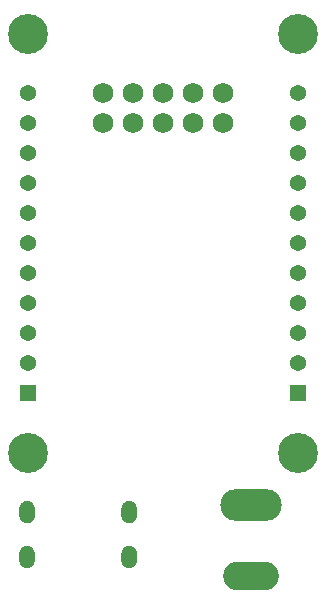
<source format=gbs>
G04*
G04 #@! TF.GenerationSoftware,Altium Limited,Altium Designer,23.1.1 (15)*
G04*
G04 Layer_Color=16711935*
%FSLAX44Y44*%
%MOMM*%
G71*
G04*
G04 #@! TF.SameCoordinates,3E9F2625-A0FB-4649-AC3E-977DFEA3D768*
G04*
G04*
G04 #@! TF.FilePolarity,Negative*
G04*
G01*
G75*
%ADD35C,1.7482*%
%ADD36C,3.3832*%
%ADD37R,1.3660X1.3660*%
%ADD38C,1.3660*%
%ADD39O,4.7032X2.4532*%
%ADD40O,5.2032X2.7032*%
G36*
X26430Y-458470D02*
X26770Y-458500D01*
X27110Y-458540D01*
X27440Y-458600D01*
X27770Y-458680D01*
X28100Y-458780D01*
X28420Y-458890D01*
X28730Y-459020D01*
X29040Y-459170D01*
X29340Y-459330D01*
X29630Y-459510D01*
X29910Y-459700D01*
X30180Y-459910D01*
X30440Y-460130D01*
X30690Y-460360D01*
X30920Y-460610D01*
X31140Y-460870D01*
X31350Y-461140D01*
X31540Y-461420D01*
X31720Y-461710D01*
X31880Y-462010D01*
X32030Y-462320D01*
X32160Y-462630D01*
X32270Y-462950D01*
X32370Y-463280D01*
X32450Y-463610D01*
X32510Y-463940D01*
X32550Y-464280D01*
X32580Y-464620D01*
X32590Y-464960D01*
Y-470960D01*
X32580Y-471300D01*
X32550Y-471640D01*
X32510Y-471980D01*
X32450Y-472310D01*
X32370Y-472640D01*
X32270Y-472970D01*
X32160Y-473290D01*
X32030Y-473600D01*
X31880Y-473910D01*
X31720Y-474210D01*
X31540Y-474500D01*
X31350Y-474780D01*
X31140Y-475050D01*
X30920Y-475310D01*
X30690Y-475560D01*
X30440Y-475790D01*
X30180Y-476010D01*
X29910Y-476220D01*
X29630Y-476410D01*
X29340Y-476590D01*
X29040Y-476750D01*
X28730Y-476900D01*
X28420Y-477030D01*
X28100Y-477140D01*
X27770Y-477240D01*
X27440Y-477320D01*
X27110Y-477380D01*
X26770Y-477420D01*
X26430Y-477450D01*
X26090Y-477460D01*
X25750Y-477450D01*
X25410Y-477420D01*
X25070Y-477380D01*
X24740Y-477320D01*
X24410Y-477240D01*
X24080Y-477140D01*
X23760Y-477030D01*
X23450Y-476900D01*
X23140Y-476750D01*
X22840Y-476590D01*
X22550Y-476410D01*
X22270Y-476220D01*
X22000Y-476010D01*
X21740Y-475790D01*
X21490Y-475560D01*
X21260Y-475310D01*
X21040Y-475050D01*
X20830Y-474780D01*
X20640Y-474500D01*
X20460Y-474210D01*
X20300Y-473910D01*
X20150Y-473600D01*
X20020Y-473290D01*
X19910Y-472970D01*
X19810Y-472640D01*
X19730Y-472310D01*
X19670Y-471980D01*
X19630Y-471640D01*
X19600Y-471300D01*
X19590Y-470960D01*
Y-464960D01*
X19600Y-464620D01*
X19630Y-464280D01*
X19670Y-463940D01*
X19730Y-463610D01*
X19810Y-463280D01*
X19910Y-462950D01*
X20020Y-462630D01*
X20150Y-462320D01*
X20300Y-462010D01*
X20460Y-461710D01*
X20640Y-461420D01*
X20830Y-461140D01*
X21040Y-460870D01*
X21260Y-460610D01*
X21490Y-460360D01*
X21740Y-460130D01*
X22000Y-459910D01*
X22270Y-459700D01*
X22550Y-459510D01*
X22840Y-459330D01*
X23140Y-459170D01*
X23450Y-459020D01*
X23760Y-458890D01*
X24080Y-458780D01*
X24410Y-458680D01*
X24740Y-458600D01*
X25070Y-458540D01*
X25410Y-458500D01*
X25750Y-458470D01*
X26090Y-458460D01*
X26430Y-458470D01*
D02*
G37*
G36*
Y-420470D02*
X26770Y-420500D01*
X27110Y-420540D01*
X27440Y-420600D01*
X27770Y-420680D01*
X28100Y-420780D01*
X28420Y-420890D01*
X28730Y-421020D01*
X29040Y-421170D01*
X29340Y-421330D01*
X29630Y-421510D01*
X29910Y-421700D01*
X30180Y-421910D01*
X30440Y-422130D01*
X30690Y-422360D01*
X30920Y-422610D01*
X31140Y-422870D01*
X31350Y-423140D01*
X31540Y-423420D01*
X31720Y-423710D01*
X31880Y-424010D01*
X32030Y-424320D01*
X32160Y-424630D01*
X32270Y-424950D01*
X32370Y-425280D01*
X32450Y-425610D01*
X32510Y-425940D01*
X32550Y-426280D01*
X32580Y-426620D01*
X32590Y-426960D01*
Y-432960D01*
X32580Y-433300D01*
X32550Y-433640D01*
X32510Y-433980D01*
X32450Y-434310D01*
X32370Y-434640D01*
X32270Y-434970D01*
X32160Y-435290D01*
X32030Y-435600D01*
X31880Y-435910D01*
X31720Y-436210D01*
X31540Y-436500D01*
X31350Y-436780D01*
X31140Y-437050D01*
X30920Y-437310D01*
X30690Y-437560D01*
X30440Y-437790D01*
X30180Y-438010D01*
X29910Y-438220D01*
X29630Y-438410D01*
X29340Y-438590D01*
X29040Y-438750D01*
X28730Y-438900D01*
X28420Y-439030D01*
X28100Y-439140D01*
X27770Y-439240D01*
X27440Y-439320D01*
X27110Y-439380D01*
X26770Y-439420D01*
X26430Y-439450D01*
X26090Y-439460D01*
X25750Y-439450D01*
X25410Y-439420D01*
X25070Y-439380D01*
X24740Y-439320D01*
X24410Y-439240D01*
X24080Y-439140D01*
X23760Y-439030D01*
X23450Y-438900D01*
X23140Y-438750D01*
X22840Y-438590D01*
X22550Y-438410D01*
X22270Y-438220D01*
X22000Y-438010D01*
X21740Y-437790D01*
X21490Y-437560D01*
X21260Y-437310D01*
X21040Y-437050D01*
X20830Y-436780D01*
X20640Y-436500D01*
X20460Y-436210D01*
X20300Y-435910D01*
X20150Y-435600D01*
X20020Y-435290D01*
X19910Y-434970D01*
X19810Y-434640D01*
X19730Y-434310D01*
X19670Y-433980D01*
X19630Y-433640D01*
X19600Y-433300D01*
X19590Y-432960D01*
Y-426960D01*
X19600Y-426620D01*
X19630Y-426280D01*
X19670Y-425940D01*
X19730Y-425610D01*
X19810Y-425280D01*
X19910Y-424950D01*
X20020Y-424630D01*
X20150Y-424320D01*
X20300Y-424010D01*
X20460Y-423710D01*
X20640Y-423420D01*
X20830Y-423140D01*
X21040Y-422870D01*
X21260Y-422610D01*
X21490Y-422360D01*
X21740Y-422130D01*
X22000Y-421910D01*
X22270Y-421700D01*
X22550Y-421510D01*
X22840Y-421330D01*
X23140Y-421170D01*
X23450Y-421020D01*
X23760Y-420890D01*
X24080Y-420780D01*
X24410Y-420680D01*
X24740Y-420600D01*
X25070Y-420540D01*
X25410Y-420500D01*
X25750Y-420470D01*
X26090Y-420460D01*
X26430Y-420470D01*
D02*
G37*
G36*
X112830Y-458470D02*
X113170Y-458500D01*
X113510Y-458540D01*
X113840Y-458600D01*
X114170Y-458680D01*
X114500Y-458780D01*
X114820Y-458890D01*
X115130Y-459020D01*
X115440Y-459170D01*
X115740Y-459330D01*
X116030Y-459510D01*
X116310Y-459700D01*
X116580Y-459910D01*
X116840Y-460130D01*
X117090Y-460360D01*
X117320Y-460610D01*
X117540Y-460870D01*
X117750Y-461140D01*
X117940Y-461420D01*
X118120Y-461710D01*
X118280Y-462010D01*
X118430Y-462320D01*
X118560Y-462630D01*
X118670Y-462950D01*
X118770Y-463280D01*
X118850Y-463610D01*
X118910Y-463940D01*
X118950Y-464280D01*
X118980Y-464620D01*
X118990Y-464960D01*
Y-470960D01*
X118980Y-471300D01*
X118950Y-471640D01*
X118910Y-471980D01*
X118850Y-472310D01*
X118770Y-472640D01*
X118670Y-472970D01*
X118560Y-473290D01*
X118430Y-473600D01*
X118280Y-473910D01*
X118120Y-474210D01*
X117940Y-474500D01*
X117750Y-474780D01*
X117540Y-475050D01*
X117320Y-475310D01*
X117090Y-475560D01*
X116840Y-475790D01*
X116580Y-476010D01*
X116310Y-476220D01*
X116030Y-476410D01*
X115740Y-476590D01*
X115440Y-476750D01*
X115130Y-476900D01*
X114820Y-477030D01*
X114500Y-477140D01*
X114170Y-477240D01*
X113840Y-477320D01*
X113510Y-477380D01*
X113170Y-477420D01*
X112830Y-477450D01*
X112490Y-477460D01*
X112150Y-477450D01*
X111810Y-477420D01*
X111470Y-477380D01*
X111140Y-477320D01*
X110810Y-477240D01*
X110480Y-477140D01*
X110160Y-477030D01*
X109850Y-476900D01*
X109540Y-476750D01*
X109240Y-476590D01*
X108950Y-476410D01*
X108670Y-476220D01*
X108400Y-476010D01*
X108140Y-475790D01*
X107890Y-475560D01*
X107660Y-475310D01*
X107440Y-475050D01*
X107230Y-474780D01*
X107040Y-474500D01*
X106860Y-474210D01*
X106700Y-473910D01*
X106550Y-473600D01*
X106420Y-473290D01*
X106310Y-472970D01*
X106210Y-472640D01*
X106130Y-472310D01*
X106070Y-471980D01*
X106030Y-471640D01*
X106000Y-471300D01*
X105990Y-470960D01*
Y-464960D01*
X106000Y-464620D01*
X106030Y-464280D01*
X106070Y-463940D01*
X106130Y-463610D01*
X106210Y-463280D01*
X106310Y-462950D01*
X106420Y-462630D01*
X106550Y-462320D01*
X106700Y-462010D01*
X106860Y-461710D01*
X107040Y-461420D01*
X107230Y-461140D01*
X107440Y-460870D01*
X107660Y-460610D01*
X107890Y-460360D01*
X108140Y-460130D01*
X108400Y-459910D01*
X108670Y-459700D01*
X108950Y-459510D01*
X109240Y-459330D01*
X109540Y-459170D01*
X109850Y-459020D01*
X110160Y-458890D01*
X110480Y-458780D01*
X110810Y-458680D01*
X111140Y-458600D01*
X111470Y-458540D01*
X111810Y-458500D01*
X112150Y-458470D01*
X112490Y-458460D01*
X112830Y-458470D01*
D02*
G37*
G36*
Y-420470D02*
X113170Y-420500D01*
X113510Y-420540D01*
X113840Y-420600D01*
X114170Y-420680D01*
X114500Y-420780D01*
X114820Y-420890D01*
X115130Y-421020D01*
X115440Y-421170D01*
X115740Y-421330D01*
X116030Y-421510D01*
X116310Y-421700D01*
X116580Y-421910D01*
X116840Y-422130D01*
X117090Y-422360D01*
X117320Y-422610D01*
X117540Y-422870D01*
X117750Y-423140D01*
X117940Y-423420D01*
X118120Y-423710D01*
X118280Y-424010D01*
X118430Y-424320D01*
X118560Y-424630D01*
X118670Y-424950D01*
X118770Y-425280D01*
X118850Y-425610D01*
X118910Y-425940D01*
X118950Y-426280D01*
X118980Y-426620D01*
X118990Y-426960D01*
Y-432960D01*
X118980Y-433300D01*
X118950Y-433640D01*
X118910Y-433980D01*
X118850Y-434310D01*
X118770Y-434640D01*
X118670Y-434970D01*
X118560Y-435290D01*
X118430Y-435600D01*
X118280Y-435910D01*
X118120Y-436210D01*
X117940Y-436500D01*
X117750Y-436780D01*
X117540Y-437050D01*
X117320Y-437310D01*
X117090Y-437560D01*
X116840Y-437790D01*
X116580Y-438010D01*
X116310Y-438220D01*
X116030Y-438410D01*
X115740Y-438590D01*
X115440Y-438750D01*
X115130Y-438900D01*
X114820Y-439030D01*
X114500Y-439140D01*
X114170Y-439240D01*
X113840Y-439320D01*
X113510Y-439380D01*
X113170Y-439420D01*
X112830Y-439450D01*
X112490Y-439460D01*
X112150Y-439450D01*
X111810Y-439420D01*
X111470Y-439380D01*
X111140Y-439320D01*
X110810Y-439240D01*
X110480Y-439140D01*
X110160Y-439030D01*
X109850Y-438900D01*
X109540Y-438750D01*
X109240Y-438590D01*
X108950Y-438410D01*
X108670Y-438220D01*
X108400Y-438010D01*
X108140Y-437790D01*
X107890Y-437560D01*
X107660Y-437310D01*
X107440Y-437050D01*
X107230Y-436780D01*
X107040Y-436500D01*
X106860Y-436210D01*
X106700Y-435910D01*
X106550Y-435600D01*
X106420Y-435290D01*
X106310Y-434970D01*
X106210Y-434640D01*
X106130Y-434310D01*
X106070Y-433980D01*
X106030Y-433640D01*
X106000Y-433300D01*
X105990Y-432960D01*
Y-426960D01*
X106000Y-426620D01*
X106030Y-426280D01*
X106070Y-425940D01*
X106130Y-425610D01*
X106210Y-425280D01*
X106310Y-424950D01*
X106420Y-424630D01*
X106550Y-424320D01*
X106700Y-424010D01*
X106860Y-423710D01*
X107040Y-423420D01*
X107230Y-423140D01*
X107440Y-422870D01*
X107660Y-422610D01*
X107890Y-422360D01*
X108140Y-422130D01*
X108400Y-421910D01*
X108670Y-421700D01*
X108950Y-421510D01*
X109240Y-421330D01*
X109540Y-421170D01*
X109850Y-421020D01*
X110160Y-420890D01*
X110480Y-420780D01*
X110810Y-420680D01*
X111140Y-420600D01*
X111470Y-420540D01*
X111810Y-420500D01*
X112150Y-420470D01*
X112490Y-420460D01*
X112830Y-420470D01*
D02*
G37*
D35*
X191770Y-74930D02*
D03*
Y-100330D02*
D03*
X166370D02*
D03*
Y-74930D02*
D03*
X140970D02*
D03*
Y-100330D02*
D03*
X115570Y-74930D02*
D03*
Y-100330D02*
D03*
X90170Y-74930D02*
D03*
Y-100330D02*
D03*
D36*
X255270Y-25400D02*
D03*
X26670D02*
D03*
X255270Y-379730D02*
D03*
X26670D02*
D03*
D37*
X255270Y-328930D02*
D03*
X26670D02*
D03*
D38*
X255270Y-303530D02*
D03*
Y-278130D02*
D03*
Y-252730D02*
D03*
Y-227330D02*
D03*
Y-201930D02*
D03*
Y-176530D02*
D03*
Y-151130D02*
D03*
Y-125730D02*
D03*
Y-100330D02*
D03*
Y-74930D02*
D03*
X26670Y-303530D02*
D03*
Y-278130D02*
D03*
Y-252730D02*
D03*
Y-227330D02*
D03*
Y-201930D02*
D03*
Y-176530D02*
D03*
Y-151130D02*
D03*
Y-125730D02*
D03*
Y-100330D02*
D03*
Y-74930D02*
D03*
D39*
X215715Y-484180D02*
D03*
D40*
Y-424180D02*
D03*
M02*

</source>
